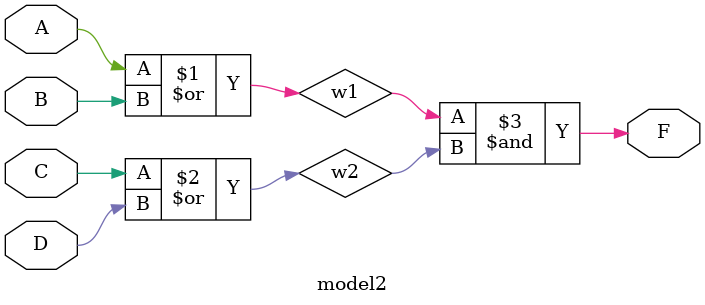
<source format=v>
module model2 (A,B,C,D,F);
input A,B,C,D;
output F;

wire w1,w2;

assign w1 = A|B;
assign w2 = C|D;
assign F = w1 & w2;

endmodule

</source>
